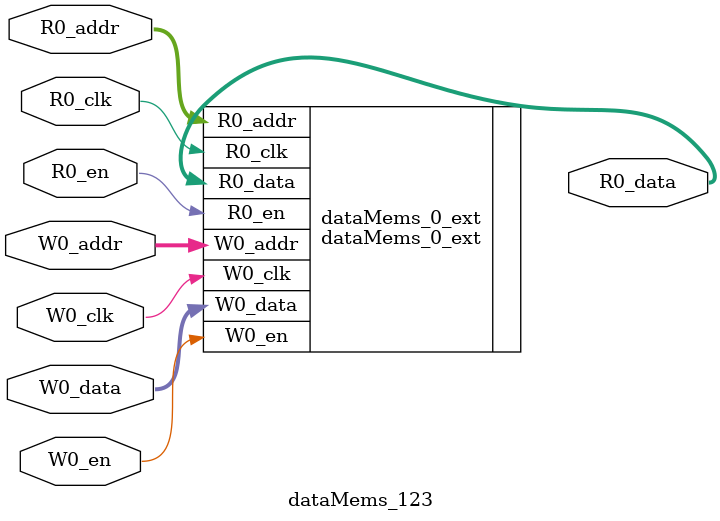
<source format=sv>
`ifndef RANDOMIZE
  `ifdef RANDOMIZE_REG_INIT
    `define RANDOMIZE
  `endif // RANDOMIZE_REG_INIT
`endif // not def RANDOMIZE
`ifndef RANDOMIZE
  `ifdef RANDOMIZE_MEM_INIT
    `define RANDOMIZE
  `endif // RANDOMIZE_MEM_INIT
`endif // not def RANDOMIZE

`ifndef RANDOM
  `define RANDOM $random
`endif // not def RANDOM

// Users can define 'PRINTF_COND' to add an extra gate to prints.
`ifndef PRINTF_COND_
  `ifdef PRINTF_COND
    `define PRINTF_COND_ (`PRINTF_COND)
  `else  // PRINTF_COND
    `define PRINTF_COND_ 1
  `endif // PRINTF_COND
`endif // not def PRINTF_COND_

// Users can define 'ASSERT_VERBOSE_COND' to add an extra gate to assert error printing.
`ifndef ASSERT_VERBOSE_COND_
  `ifdef ASSERT_VERBOSE_COND
    `define ASSERT_VERBOSE_COND_ (`ASSERT_VERBOSE_COND)
  `else  // ASSERT_VERBOSE_COND
    `define ASSERT_VERBOSE_COND_ 1
  `endif // ASSERT_VERBOSE_COND
`endif // not def ASSERT_VERBOSE_COND_

// Users can define 'STOP_COND' to add an extra gate to stop conditions.
`ifndef STOP_COND_
  `ifdef STOP_COND
    `define STOP_COND_ (`STOP_COND)
  `else  // STOP_COND
    `define STOP_COND_ 1
  `endif // STOP_COND
`endif // not def STOP_COND_

// Users can define INIT_RANDOM as general code that gets injected into the
// initializer block for modules with registers.
`ifndef INIT_RANDOM
  `define INIT_RANDOM
`endif // not def INIT_RANDOM

// If using random initialization, you can also define RANDOMIZE_DELAY to
// customize the delay used, otherwise 0.002 is used.
`ifndef RANDOMIZE_DELAY
  `define RANDOMIZE_DELAY 0.002
`endif // not def RANDOMIZE_DELAY

// Define INIT_RANDOM_PROLOG_ for use in our modules below.
`ifndef INIT_RANDOM_PROLOG_
  `ifdef RANDOMIZE
    `ifdef VERILATOR
      `define INIT_RANDOM_PROLOG_ `INIT_RANDOM
    `else  // VERILATOR
      `define INIT_RANDOM_PROLOG_ `INIT_RANDOM #`RANDOMIZE_DELAY begin end
    `endif // VERILATOR
  `else  // RANDOMIZE
    `define INIT_RANDOM_PROLOG_
  `endif // RANDOMIZE
`endif // not def INIT_RANDOM_PROLOG_

// Include register initializers in init blocks unless synthesis is set
`ifndef SYNTHESIS
  `ifndef ENABLE_INITIAL_REG_
    `define ENABLE_INITIAL_REG_
  `endif // not def ENABLE_INITIAL_REG_
`endif // not def SYNTHESIS

// Include rmemory initializers in init blocks unless synthesis is set
`ifndef SYNTHESIS
  `ifndef ENABLE_INITIAL_MEM_
    `define ENABLE_INITIAL_MEM_
  `endif // not def ENABLE_INITIAL_MEM_
`endif // not def SYNTHESIS

module dataMems_123(	// @[generators/ara/src/main/scala/UnsafeAXI4ToTL.scala:365:62]
  input  [4:0]   R0_addr,
  input          R0_en,
  input          R0_clk,
  output [130:0] R0_data,
  input  [4:0]   W0_addr,
  input          W0_en,
  input          W0_clk,
  input  [130:0] W0_data
);

  dataMems_0_ext dataMems_0_ext (	// @[generators/ara/src/main/scala/UnsafeAXI4ToTL.scala:365:62]
    .R0_addr (R0_addr),
    .R0_en   (R0_en),
    .R0_clk  (R0_clk),
    .R0_data (R0_data),
    .W0_addr (W0_addr),
    .W0_en   (W0_en),
    .W0_clk  (W0_clk),
    .W0_data (W0_data)
  );
endmodule


</source>
